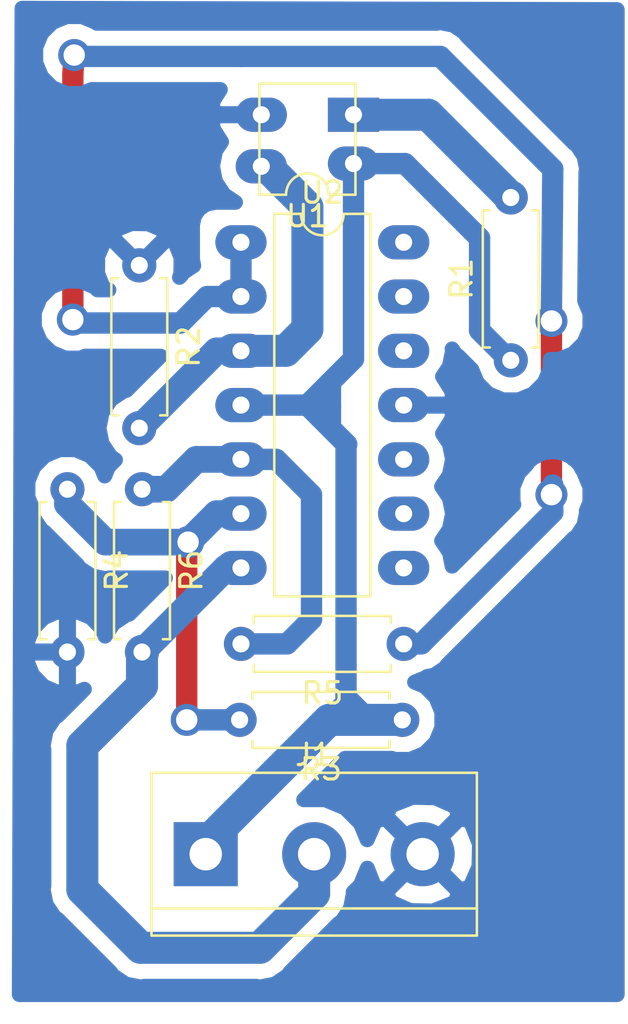
<source format=kicad_pcb>
(kicad_pcb (version 20171130) (host pcbnew "(5.0.0)")

  (general
    (thickness 1.6)
    (drawings 4)
    (tracks 84)
    (zones 0)
    (modules 9)
    (nets 9)
  )

  (page A4)
  (layers
    (0 F.Cu signal)
    (31 B.Cu signal)
    (32 B.Adhes user)
    (33 F.Adhes user)
    (34 B.Paste user)
    (35 F.Paste user)
    (36 B.SilkS user)
    (37 F.SilkS user)
    (38 B.Mask user)
    (39 F.Mask user)
    (40 Dwgs.User user)
    (41 Cmts.User user)
    (42 Eco1.User user)
    (43 Eco2.User user)
    (44 Edge.Cuts user)
    (45 Margin user)
    (46 B.CrtYd user)
    (47 F.CrtYd user)
    (48 B.Fab user)
    (49 F.Fab user)
  )

  (setup
    (last_trace_width 1)
    (user_trace_width 0.7)
    (user_trace_width 0.8)
    (user_trace_width 1)
    (user_trace_width 1.25)
    (user_trace_width 1.5)
    (user_trace_width 2)
    (user_trace_width 3)
    (user_trace_width 4)
    (trace_clearance 0.6)
    (zone_clearance 0.7)
    (zone_45_only no)
    (trace_min 0.7)
    (segment_width 0.2)
    (edge_width 0.15)
    (via_size 1.5)
    (via_drill 1)
    (via_min_size 1.5)
    (via_min_drill 1)
    (uvia_size 1.5)
    (uvia_drill 1)
    (uvias_allowed no)
    (uvia_min_size 0.2)
    (uvia_min_drill 0.1)
    (pcb_text_width 0.3)
    (pcb_text_size 1.5 1.5)
    (mod_edge_width 0.15)
    (mod_text_size 1 1)
    (mod_text_width 0.15)
    (pad_size 1.524 1.524)
    (pad_drill 0.762)
    (pad_to_mask_clearance 0.2)
    (aux_axis_origin 0 0)
    (visible_elements FFFFFF7F)
    (pcbplotparams
      (layerselection 0x00000_fffffffe)
      (usegerberextensions false)
      (usegerberattributes false)
      (usegerberadvancedattributes false)
      (creategerberjobfile true)
      (excludeedgelayer true)
      (linewidth 0.100000)
      (plotframeref false)
      (viasonmask false)
      (mode 1)
      (useauxorigin false)
      (hpglpennumber 1)
      (hpglpenspeed 20)
      (hpglpendiameter 15.000000)
      (psnegative false)
      (psa4output false)
      (plotreference true)
      (plotvalue true)
      (plotinvisibletext false)
      (padsonsilk false)
      (subtractmaskfromsilk false)
      (outputformat 1)
      (mirror false)
      (drillshape 0)
      (scaleselection 1)
      (outputdirectory "Sensor1"))
  )

  (net 0 "")
  (net 1 GND)
  (net 2 "Net-(J1-Pad2)")
  (net 3 +5V)
  (net 4 "Net-(R1-Pad2)")
  (net 5 "Net-(R2-Pad2)")
  (net 6 "Net-(R3-Pad2)")
  (net 7 "Net-(R5-Pad2)")
  (net 8 "Net-(R5-Pad1)")

  (net_class Default "Esta es la clase de red por defecto."
    (clearance 0.6)
    (trace_width 0.7)
    (via_dia 1.5)
    (via_drill 1)
    (uvia_dia 1.5)
    (uvia_drill 1)
    (diff_pair_gap 0.25)
    (diff_pair_width 0.7)
    (add_net +5V)
    (add_net GND)
    (add_net "Net-(J1-Pad2)")
    (add_net "Net-(R1-Pad2)")
    (add_net "Net-(R2-Pad2)")
    (add_net "Net-(R3-Pad2)")
    (add_net "Net-(R5-Pad1)")
    (add_net "Net-(R5-Pad2)")
  )

  (module Connectors_Terminal_Blocks:TerminalBlock_bornier-3_P5.08mm (layer F.Cu) (tedit 59FF03B9) (tstamp 5BBEDF7A)
    (at 134.3025 60.325)
    (descr "simple 3-pin terminal block, pitch 5.08mm, revamped version of bornier3")
    (tags "terminal block bornier3")
    (path /5BBEE44B)
    (fp_text reference J1 (at 5.05 -4.65) (layer F.SilkS)
      (effects (font (size 1 1) (thickness 0.15)))
    )
    (fp_text value SENSOR1 (at 5.08 5.08) (layer F.Fab)
      (effects (font (size 1 1) (thickness 0.15)))
    )
    (fp_line (start 12.88 4) (end -2.72 4) (layer F.CrtYd) (width 0.05))
    (fp_line (start 12.88 4) (end 12.88 -4) (layer F.CrtYd) (width 0.05))
    (fp_line (start -2.72 -4) (end -2.72 4) (layer F.CrtYd) (width 0.05))
    (fp_line (start -2.72 -4) (end 12.88 -4) (layer F.CrtYd) (width 0.05))
    (fp_line (start -2.54 3.81) (end 12.7 3.81) (layer F.SilkS) (width 0.12))
    (fp_line (start -2.54 -3.81) (end 12.7 -3.81) (layer F.SilkS) (width 0.12))
    (fp_line (start -2.54 2.54) (end 12.7 2.54) (layer F.SilkS) (width 0.12))
    (fp_line (start 12.7 3.81) (end 12.7 -3.81) (layer F.SilkS) (width 0.12))
    (fp_line (start -2.54 3.81) (end -2.54 -3.81) (layer F.SilkS) (width 0.12))
    (fp_line (start -2.47 3.75) (end -2.47 -3.75) (layer F.Fab) (width 0.1))
    (fp_line (start 12.63 3.75) (end -2.47 3.75) (layer F.Fab) (width 0.1))
    (fp_line (start 12.63 -3.75) (end 12.63 3.75) (layer F.Fab) (width 0.1))
    (fp_line (start -2.47 -3.75) (end 12.63 -3.75) (layer F.Fab) (width 0.1))
    (fp_line (start -2.47 2.55) (end 12.63 2.55) (layer F.Fab) (width 0.1))
    (fp_text user %R (at 5.08 0) (layer F.Fab)
      (effects (font (size 1 1) (thickness 0.15)))
    )
    (pad 3 thru_hole circle (at 10.16 0) (size 3 3) (drill 1.52) (layers *.Cu *.Mask)
      (net 1 GND))
    (pad 2 thru_hole circle (at 5.08 0) (size 3 3) (drill 1.52) (layers *.Cu *.Mask)
      (net 2 "Net-(J1-Pad2)"))
    (pad 1 thru_hole rect (at 0 0) (size 3 3) (drill 1.52) (layers *.Cu *.Mask)
      (net 3 +5V))
    (model ${KISYS3DMOD}/Terminal_Blocks.3dshapes/TerminalBlock_bornier-3_P5.08mm.wrl
      (offset (xyz 5.079999923706055 0 0))
      (scale (xyz 1 1 1))
      (rotate (xyz 0 0 0))
    )
  )

  (module Resistors_THT:R_Axial_DIN0207_L6.3mm_D2.5mm_P7.62mm_Horizontal (layer F.Cu) (tedit 5874F706) (tstamp 5BBEDF90)
    (at 148.59 37.211 90)
    (descr "Resistor, Axial_DIN0207 series, Axial, Horizontal, pin pitch=7.62mm, 0.25W = 1/4W, length*diameter=6.3*2.5mm^2, http://cdn-reichelt.de/documents/datenblatt/B400/1_4W%23YAG.pdf")
    (tags "Resistor Axial_DIN0207 series Axial Horizontal pin pitch 7.62mm 0.25W = 1/4W length 6.3mm diameter 2.5mm")
    (path /5BBED5C7)
    (fp_text reference R1 (at 3.81 -2.31 90) (layer F.SilkS)
      (effects (font (size 1 1) (thickness 0.15)))
    )
    (fp_text value 220 (at 3.81 2.31 90) (layer F.Fab)
      (effects (font (size 1 1) (thickness 0.15)))
    )
    (fp_line (start 8.7 -1.6) (end -1.05 -1.6) (layer F.CrtYd) (width 0.05))
    (fp_line (start 8.7 1.6) (end 8.7 -1.6) (layer F.CrtYd) (width 0.05))
    (fp_line (start -1.05 1.6) (end 8.7 1.6) (layer F.CrtYd) (width 0.05))
    (fp_line (start -1.05 -1.6) (end -1.05 1.6) (layer F.CrtYd) (width 0.05))
    (fp_line (start 7.02 1.31) (end 7.02 0.98) (layer F.SilkS) (width 0.12))
    (fp_line (start 0.6 1.31) (end 7.02 1.31) (layer F.SilkS) (width 0.12))
    (fp_line (start 0.6 0.98) (end 0.6 1.31) (layer F.SilkS) (width 0.12))
    (fp_line (start 7.02 -1.31) (end 7.02 -0.98) (layer F.SilkS) (width 0.12))
    (fp_line (start 0.6 -1.31) (end 7.02 -1.31) (layer F.SilkS) (width 0.12))
    (fp_line (start 0.6 -0.98) (end 0.6 -1.31) (layer F.SilkS) (width 0.12))
    (fp_line (start 7.62 0) (end 6.96 0) (layer F.Fab) (width 0.1))
    (fp_line (start 0 0) (end 0.66 0) (layer F.Fab) (width 0.1))
    (fp_line (start 6.96 -1.25) (end 0.66 -1.25) (layer F.Fab) (width 0.1))
    (fp_line (start 6.96 1.25) (end 6.96 -1.25) (layer F.Fab) (width 0.1))
    (fp_line (start 0.66 1.25) (end 6.96 1.25) (layer F.Fab) (width 0.1))
    (fp_line (start 0.66 -1.25) (end 0.66 1.25) (layer F.Fab) (width 0.1))
    (pad 2 thru_hole oval (at 7.62 0 90) (size 1.6 1.6) (drill 0.8) (layers *.Cu *.Mask)
      (net 4 "Net-(R1-Pad2)"))
    (pad 1 thru_hole circle (at 0 0 90) (size 1.6 1.6) (drill 0.8) (layers *.Cu *.Mask)
      (net 3 +5V))
    (model ${KISYS3DMOD}/Resistors_THT.3dshapes/R_Axial_DIN0207_L6.3mm_D2.5mm_P7.62mm_Horizontal.wrl
      (at (xyz 0 0 0))
      (scale (xyz 0.393701 0.393701 0.393701))
      (rotate (xyz 0 0 0))
    )
  )

  (module Resistors_THT:R_Axial_DIN0207_L6.3mm_D2.5mm_P7.62mm_Horizontal (layer F.Cu) (tedit 5874F706) (tstamp 5BBEDFA6)
    (at 131.191 32.766 270)
    (descr "Resistor, Axial_DIN0207 series, Axial, Horizontal, pin pitch=7.62mm, 0.25W = 1/4W, length*diameter=6.3*2.5mm^2, http://cdn-reichelt.de/documents/datenblatt/B400/1_4W%23YAG.pdf")
    (tags "Resistor Axial_DIN0207 series Axial Horizontal pin pitch 7.62mm 0.25W = 1/4W length 6.3mm diameter 2.5mm")
    (path /5BBED61F)
    (fp_text reference R2 (at 3.81 -2.31 270) (layer F.SilkS)
      (effects (font (size 1 1) (thickness 0.15)))
    )
    (fp_text value 39K (at 3.81 2.31 270) (layer F.Fab)
      (effects (font (size 1 1) (thickness 0.15)))
    )
    (fp_line (start 0.66 -1.25) (end 0.66 1.25) (layer F.Fab) (width 0.1))
    (fp_line (start 0.66 1.25) (end 6.96 1.25) (layer F.Fab) (width 0.1))
    (fp_line (start 6.96 1.25) (end 6.96 -1.25) (layer F.Fab) (width 0.1))
    (fp_line (start 6.96 -1.25) (end 0.66 -1.25) (layer F.Fab) (width 0.1))
    (fp_line (start 0 0) (end 0.66 0) (layer F.Fab) (width 0.1))
    (fp_line (start 7.62 0) (end 6.96 0) (layer F.Fab) (width 0.1))
    (fp_line (start 0.6 -0.98) (end 0.6 -1.31) (layer F.SilkS) (width 0.12))
    (fp_line (start 0.6 -1.31) (end 7.02 -1.31) (layer F.SilkS) (width 0.12))
    (fp_line (start 7.02 -1.31) (end 7.02 -0.98) (layer F.SilkS) (width 0.12))
    (fp_line (start 0.6 0.98) (end 0.6 1.31) (layer F.SilkS) (width 0.12))
    (fp_line (start 0.6 1.31) (end 7.02 1.31) (layer F.SilkS) (width 0.12))
    (fp_line (start 7.02 1.31) (end 7.02 0.98) (layer F.SilkS) (width 0.12))
    (fp_line (start -1.05 -1.6) (end -1.05 1.6) (layer F.CrtYd) (width 0.05))
    (fp_line (start -1.05 1.6) (end 8.7 1.6) (layer F.CrtYd) (width 0.05))
    (fp_line (start 8.7 1.6) (end 8.7 -1.6) (layer F.CrtYd) (width 0.05))
    (fp_line (start 8.7 -1.6) (end -1.05 -1.6) (layer F.CrtYd) (width 0.05))
    (pad 1 thru_hole circle (at 0 0 270) (size 1.6 1.6) (drill 0.8) (layers *.Cu *.Mask)
      (net 1 GND))
    (pad 2 thru_hole oval (at 7.62 0 270) (size 1.6 1.6) (drill 0.8) (layers *.Cu *.Mask)
      (net 5 "Net-(R2-Pad2)"))
    (model ${KISYS3DMOD}/Resistors_THT.3dshapes/R_Axial_DIN0207_L6.3mm_D2.5mm_P7.62mm_Horizontal.wrl
      (at (xyz 0 0 0))
      (scale (xyz 0.393701 0.393701 0.393701))
      (rotate (xyz 0 0 0))
    )
  )

  (module Resistors_THT:R_Axial_DIN0207_L6.3mm_D2.5mm_P7.62mm_Horizontal (layer F.Cu) (tedit 5874F706) (tstamp 5BBEDFBC)
    (at 143.51 54.0385 180)
    (descr "Resistor, Axial_DIN0207 series, Axial, Horizontal, pin pitch=7.62mm, 0.25W = 1/4W, length*diameter=6.3*2.5mm^2, http://cdn-reichelt.de/documents/datenblatt/B400/1_4W%23YAG.pdf")
    (tags "Resistor Axial_DIN0207 series Axial Horizontal pin pitch 7.62mm 0.25W = 1/4W length 6.3mm diameter 2.5mm")
    (path /5BBEDE4E)
    (fp_text reference R3 (at 3.81 -2.31 180) (layer F.SilkS)
      (effects (font (size 1 1) (thickness 0.15)))
    )
    (fp_text value 47K (at 3.81 2.31 180) (layer F.Fab)
      (effects (font (size 1 1) (thickness 0.15)))
    )
    (fp_line (start 8.7 -1.6) (end -1.05 -1.6) (layer F.CrtYd) (width 0.05))
    (fp_line (start 8.7 1.6) (end 8.7 -1.6) (layer F.CrtYd) (width 0.05))
    (fp_line (start -1.05 1.6) (end 8.7 1.6) (layer F.CrtYd) (width 0.05))
    (fp_line (start -1.05 -1.6) (end -1.05 1.6) (layer F.CrtYd) (width 0.05))
    (fp_line (start 7.02 1.31) (end 7.02 0.98) (layer F.SilkS) (width 0.12))
    (fp_line (start 0.6 1.31) (end 7.02 1.31) (layer F.SilkS) (width 0.12))
    (fp_line (start 0.6 0.98) (end 0.6 1.31) (layer F.SilkS) (width 0.12))
    (fp_line (start 7.02 -1.31) (end 7.02 -0.98) (layer F.SilkS) (width 0.12))
    (fp_line (start 0.6 -1.31) (end 7.02 -1.31) (layer F.SilkS) (width 0.12))
    (fp_line (start 0.6 -0.98) (end 0.6 -1.31) (layer F.SilkS) (width 0.12))
    (fp_line (start 7.62 0) (end 6.96 0) (layer F.Fab) (width 0.1))
    (fp_line (start 0 0) (end 0.66 0) (layer F.Fab) (width 0.1))
    (fp_line (start 6.96 -1.25) (end 0.66 -1.25) (layer F.Fab) (width 0.1))
    (fp_line (start 6.96 1.25) (end 6.96 -1.25) (layer F.Fab) (width 0.1))
    (fp_line (start 0.66 1.25) (end 6.96 1.25) (layer F.Fab) (width 0.1))
    (fp_line (start 0.66 -1.25) (end 0.66 1.25) (layer F.Fab) (width 0.1))
    (pad 2 thru_hole oval (at 7.62 0 180) (size 1.6 1.6) (drill 0.8) (layers *.Cu *.Mask)
      (net 6 "Net-(R3-Pad2)"))
    (pad 1 thru_hole circle (at 0 0 180) (size 1.6 1.6) (drill 0.8) (layers *.Cu *.Mask)
      (net 3 +5V))
    (model ${KISYS3DMOD}/Resistors_THT.3dshapes/R_Axial_DIN0207_L6.3mm_D2.5mm_P7.62mm_Horizontal.wrl
      (at (xyz 0 0 0))
      (scale (xyz 0.393701 0.393701 0.393701))
      (rotate (xyz 0 0 0))
    )
  )

  (module Resistors_THT:R_Axial_DIN0207_L6.3mm_D2.5mm_P7.62mm_Horizontal (layer F.Cu) (tedit 5874F706) (tstamp 5BBEDFD2)
    (at 127.8255 43.2435 270)
    (descr "Resistor, Axial_DIN0207 series, Axial, Horizontal, pin pitch=7.62mm, 0.25W = 1/4W, length*diameter=6.3*2.5mm^2, http://cdn-reichelt.de/documents/datenblatt/B400/1_4W%23YAG.pdf")
    (tags "Resistor Axial_DIN0207 series Axial Horizontal pin pitch 7.62mm 0.25W = 1/4W length 6.3mm diameter 2.5mm")
    (path /5BBEDE9F)
    (fp_text reference R4 (at 3.81 -2.31 270) (layer F.SilkS)
      (effects (font (size 1 1) (thickness 0.15)))
    )
    (fp_text value 10K (at 3.81 2.31 270) (layer F.Fab)
      (effects (font (size 1 1) (thickness 0.15)))
    )
    (fp_line (start 0.66 -1.25) (end 0.66 1.25) (layer F.Fab) (width 0.1))
    (fp_line (start 0.66 1.25) (end 6.96 1.25) (layer F.Fab) (width 0.1))
    (fp_line (start 6.96 1.25) (end 6.96 -1.25) (layer F.Fab) (width 0.1))
    (fp_line (start 6.96 -1.25) (end 0.66 -1.25) (layer F.Fab) (width 0.1))
    (fp_line (start 0 0) (end 0.66 0) (layer F.Fab) (width 0.1))
    (fp_line (start 7.62 0) (end 6.96 0) (layer F.Fab) (width 0.1))
    (fp_line (start 0.6 -0.98) (end 0.6 -1.31) (layer F.SilkS) (width 0.12))
    (fp_line (start 0.6 -1.31) (end 7.02 -1.31) (layer F.SilkS) (width 0.12))
    (fp_line (start 7.02 -1.31) (end 7.02 -0.98) (layer F.SilkS) (width 0.12))
    (fp_line (start 0.6 0.98) (end 0.6 1.31) (layer F.SilkS) (width 0.12))
    (fp_line (start 0.6 1.31) (end 7.02 1.31) (layer F.SilkS) (width 0.12))
    (fp_line (start 7.02 1.31) (end 7.02 0.98) (layer F.SilkS) (width 0.12))
    (fp_line (start -1.05 -1.6) (end -1.05 1.6) (layer F.CrtYd) (width 0.05))
    (fp_line (start -1.05 1.6) (end 8.7 1.6) (layer F.CrtYd) (width 0.05))
    (fp_line (start 8.7 1.6) (end 8.7 -1.6) (layer F.CrtYd) (width 0.05))
    (fp_line (start 8.7 -1.6) (end -1.05 -1.6) (layer F.CrtYd) (width 0.05))
    (pad 1 thru_hole circle (at 0 0 270) (size 1.6 1.6) (drill 0.8) (layers *.Cu *.Mask)
      (net 6 "Net-(R3-Pad2)"))
    (pad 2 thru_hole oval (at 7.62 0 270) (size 1.6 1.6) (drill 0.8) (layers *.Cu *.Mask)
      (net 1 GND))
    (model ${KISYS3DMOD}/Resistors_THT.3dshapes/R_Axial_DIN0207_L6.3mm_D2.5mm_P7.62mm_Horizontal.wrl
      (at (xyz 0 0 0))
      (scale (xyz 0.393701 0.393701 0.393701))
      (rotate (xyz 0 0 0))
    )
  )

  (module Resistors_THT:R_Axial_DIN0207_L6.3mm_D2.5mm_P7.62mm_Horizontal (layer F.Cu) (tedit 5874F706) (tstamp 5BBEDFE8)
    (at 143.5735 50.4825 180)
    (descr "Resistor, Axial_DIN0207 series, Axial, Horizontal, pin pitch=7.62mm, 0.25W = 1/4W, length*diameter=6.3*2.5mm^2, http://cdn-reichelt.de/documents/datenblatt/B400/1_4W%23YAG.pdf")
    (tags "Resistor Axial_DIN0207 series Axial Horizontal pin pitch 7.62mm 0.25W = 1/4W length 6.3mm diameter 2.5mm")
    (path /5BBEDC58)
    (fp_text reference R5 (at 3.81 -2.31 180) (layer F.SilkS)
      (effects (font (size 1 1) (thickness 0.15)))
    )
    (fp_text value 1K6 (at 3.81 2.31 180) (layer F.Fab)
      (effects (font (size 1 1) (thickness 0.15)))
    )
    (fp_line (start 8.7 -1.6) (end -1.05 -1.6) (layer F.CrtYd) (width 0.05))
    (fp_line (start 8.7 1.6) (end 8.7 -1.6) (layer F.CrtYd) (width 0.05))
    (fp_line (start -1.05 1.6) (end 8.7 1.6) (layer F.CrtYd) (width 0.05))
    (fp_line (start -1.05 -1.6) (end -1.05 1.6) (layer F.CrtYd) (width 0.05))
    (fp_line (start 7.02 1.31) (end 7.02 0.98) (layer F.SilkS) (width 0.12))
    (fp_line (start 0.6 1.31) (end 7.02 1.31) (layer F.SilkS) (width 0.12))
    (fp_line (start 0.6 0.98) (end 0.6 1.31) (layer F.SilkS) (width 0.12))
    (fp_line (start 7.02 -1.31) (end 7.02 -0.98) (layer F.SilkS) (width 0.12))
    (fp_line (start 0.6 -1.31) (end 7.02 -1.31) (layer F.SilkS) (width 0.12))
    (fp_line (start 0.6 -0.98) (end 0.6 -1.31) (layer F.SilkS) (width 0.12))
    (fp_line (start 7.62 0) (end 6.96 0) (layer F.Fab) (width 0.1))
    (fp_line (start 0 0) (end 0.66 0) (layer F.Fab) (width 0.1))
    (fp_line (start 6.96 -1.25) (end 0.66 -1.25) (layer F.Fab) (width 0.1))
    (fp_line (start 6.96 1.25) (end 6.96 -1.25) (layer F.Fab) (width 0.1))
    (fp_line (start 0.66 1.25) (end 6.96 1.25) (layer F.Fab) (width 0.1))
    (fp_line (start 0.66 -1.25) (end 0.66 1.25) (layer F.Fab) (width 0.1))
    (pad 2 thru_hole oval (at 7.62 0 180) (size 1.6 1.6) (drill 0.8) (layers *.Cu *.Mask)
      (net 7 "Net-(R5-Pad2)"))
    (pad 1 thru_hole circle (at 0 0 180) (size 1.6 1.6) (drill 0.8) (layers *.Cu *.Mask)
      (net 8 "Net-(R5-Pad1)"))
    (model ${KISYS3DMOD}/Resistors_THT.3dshapes/R_Axial_DIN0207_L6.3mm_D2.5mm_P7.62mm_Horizontal.wrl
      (at (xyz 0 0 0))
      (scale (xyz 0.393701 0.393701 0.393701))
      (rotate (xyz 0 0 0))
    )
  )

  (module Resistors_THT:R_Axial_DIN0207_L6.3mm_D2.5mm_P7.62mm_Horizontal (layer F.Cu) (tedit 5874F706) (tstamp 5BBEDFFE)
    (at 131.318 43.2435 270)
    (descr "Resistor, Axial_DIN0207 series, Axial, Horizontal, pin pitch=7.62mm, 0.25W = 1/4W, length*diameter=6.3*2.5mm^2, http://cdn-reichelt.de/documents/datenblatt/B400/1_4W%23YAG.pdf")
    (tags "Resistor Axial_DIN0207 series Axial Horizontal pin pitch 7.62mm 0.25W = 1/4W length 6.3mm diameter 2.5mm")
    (path /5BBEDE1A)
    (fp_text reference R6 (at 3.81 -2.31 270) (layer F.SilkS)
      (effects (font (size 1 1) (thickness 0.15)))
    )
    (fp_text value 10K (at 3.81 2.31 270) (layer F.Fab)
      (effects (font (size 1 1) (thickness 0.15)))
    )
    (fp_line (start 0.66 -1.25) (end 0.66 1.25) (layer F.Fab) (width 0.1))
    (fp_line (start 0.66 1.25) (end 6.96 1.25) (layer F.Fab) (width 0.1))
    (fp_line (start 6.96 1.25) (end 6.96 -1.25) (layer F.Fab) (width 0.1))
    (fp_line (start 6.96 -1.25) (end 0.66 -1.25) (layer F.Fab) (width 0.1))
    (fp_line (start 0 0) (end 0.66 0) (layer F.Fab) (width 0.1))
    (fp_line (start 7.62 0) (end 6.96 0) (layer F.Fab) (width 0.1))
    (fp_line (start 0.6 -0.98) (end 0.6 -1.31) (layer F.SilkS) (width 0.12))
    (fp_line (start 0.6 -1.31) (end 7.02 -1.31) (layer F.SilkS) (width 0.12))
    (fp_line (start 7.02 -1.31) (end 7.02 -0.98) (layer F.SilkS) (width 0.12))
    (fp_line (start 0.6 0.98) (end 0.6 1.31) (layer F.SilkS) (width 0.12))
    (fp_line (start 0.6 1.31) (end 7.02 1.31) (layer F.SilkS) (width 0.12))
    (fp_line (start 7.02 1.31) (end 7.02 0.98) (layer F.SilkS) (width 0.12))
    (fp_line (start -1.05 -1.6) (end -1.05 1.6) (layer F.CrtYd) (width 0.05))
    (fp_line (start -1.05 1.6) (end 8.7 1.6) (layer F.CrtYd) (width 0.05))
    (fp_line (start 8.7 1.6) (end 8.7 -1.6) (layer F.CrtYd) (width 0.05))
    (fp_line (start 8.7 -1.6) (end -1.05 -1.6) (layer F.CrtYd) (width 0.05))
    (pad 1 thru_hole circle (at 0 0 270) (size 1.6 1.6) (drill 0.8) (layers *.Cu *.Mask)
      (net 7 "Net-(R5-Pad2)"))
    (pad 2 thru_hole oval (at 7.62 0 270) (size 1.6 1.6) (drill 0.8) (layers *.Cu *.Mask)
      (net 2 "Net-(J1-Pad2)"))
    (model ${KISYS3DMOD}/Resistors_THT.3dshapes/R_Axial_DIN0207_L6.3mm_D2.5mm_P7.62mm_Horizontal.wrl
      (at (xyz 0 0 0))
      (scale (xyz 0.393701 0.393701 0.393701))
      (rotate (xyz 0 0 0))
    )
  )

  (module Housings_DIP:DIP-4_W7.62mm_LongPads (layer F.Cu) (tedit 5BBEE05A) (tstamp 5BBEE216)
    (at 142.875 28.1305 180)
    (descr "4-lead though-hole mounted DIP package, row spacing 7.62 mm (300 mils), LongPads")
    (tags "THT DIP DIL PDIP 2.54mm 7.62mm 300mil LongPads")
    (path /5BBED548)
    (fp_text reference U1 (at 3.81 -2.33 180) (layer F.SilkS)
      (effects (font (size 1 1) (thickness 0.15)))
    )
    (fp_text value CNY70 (at 3.81 4.87 180) (layer F.Fab)
      (effects (font (size 1 1) (thickness 0.15)))
    )
    (fp_text user %R (at 3.81 1.27 180) (layer F.Fab)
      (effects (font (size 1 1) (thickness 0.15)))
    )
    (fp_line (start 9.1 -1.55) (end -1.45 -1.55) (layer F.CrtYd) (width 0.05))
    (fp_line (start 9.1 4.1) (end 9.1 -1.55) (layer F.CrtYd) (width 0.05))
    (fp_line (start -1.45 4.1) (end 9.1 4.1) (layer F.CrtYd) (width 0.05))
    (fp_line (start -1.45 -1.55) (end -1.45 4.1) (layer F.CrtYd) (width 0.05))
    (fp_line (start 6.06 -1.33) (end 4.81 -1.33) (layer F.SilkS) (width 0.12))
    (fp_line (start 6.06 3.87) (end 6.06 -1.33) (layer F.SilkS) (width 0.12))
    (fp_line (start 1.56 3.87) (end 6.06 3.87) (layer F.SilkS) (width 0.12))
    (fp_line (start 1.56 -1.33) (end 1.56 3.87) (layer F.SilkS) (width 0.12))
    (fp_line (start 2.81 -1.33) (end 1.56 -1.33) (layer F.SilkS) (width 0.12))
    (fp_line (start 0.635 -0.27) (end 1.635 -1.27) (layer F.Fab) (width 0.1))
    (fp_line (start 0.635 3.81) (end 0.635 -0.27) (layer F.Fab) (width 0.1))
    (fp_line (start 6.985 3.81) (end 0.635 3.81) (layer F.Fab) (width 0.1))
    (fp_line (start 6.985 -1.27) (end 6.985 3.81) (layer F.Fab) (width 0.1))
    (fp_line (start 1.635 -1.27) (end 6.985 -1.27) (layer F.Fab) (width 0.1))
    (fp_arc (start 3.81 -1.33) (end 2.81 -1.33) (angle -180) (layer F.SilkS) (width 0.12))
    (pad 4 thru_hole oval (at 5.969 0 180) (size 2.4 1.6) (drill 0.8) (layers *.Cu *.Mask)
      (net 5 "Net-(R2-Pad2)"))
    (pad 2 thru_hole oval (at 5.969 2.413 180) (size 2.4 1.6) (drill 0.8) (layers *.Cu *.Mask)
      (net 1 GND))
    (pad 3 thru_hole oval (at 1.651 0.127 180) (size 2.4 1.6) (drill 0.8) (layers *.Cu *.Mask)
      (net 3 +5V))
    (pad 1 thru_hole rect (at 1.651 2.413 180) (size 2.4 1.6) (drill 0.8) (layers *.Cu *.Mask)
      (net 4 "Net-(R1-Pad2)"))
    (model ${KISYS3DMOD}/Housings_DIP.3dshapes/DIP-4_W7.62mm.wrl
      (at (xyz 0 0 0))
      (scale (xyz 1 1 1))
      (rotate (xyz 0 0 0))
    )
  )

  (module Housings_DIP:DIP-14_W7.62mm_LongPads (layer F.Cu) (tedit 5BBEE0A7) (tstamp 5BBEE038)
    (at 135.9535 31.6865)
    (descr "14-lead though-hole mounted DIP package, row spacing 7.62 mm (300 mils), LongPads")
    (tags "THT DIP DIL PDIP 2.54mm 7.62mm 300mil LongPads")
    (path /5BBED7C3)
    (fp_text reference U2 (at 3.81 -2.33) (layer F.SilkS)
      (effects (font (size 1 1) (thickness 0.15)))
    )
    (fp_text value LM324 (at 3.81 17.57) (layer F.Fab)
      (effects (font (size 1 1) (thickness 0.15)))
    )
    (fp_text user %R (at 3.2385 7.9375) (layer F.Fab)
      (effects (font (size 1 1) (thickness 0.15)))
    )
    (fp_line (start 9.1 -1.55) (end -1.45 -1.55) (layer F.CrtYd) (width 0.05))
    (fp_line (start 9.1 16.8) (end 9.1 -1.55) (layer F.CrtYd) (width 0.05))
    (fp_line (start -1.45 16.8) (end 9.1 16.8) (layer F.CrtYd) (width 0.05))
    (fp_line (start -1.45 -1.55) (end -1.45 16.8) (layer F.CrtYd) (width 0.05))
    (fp_line (start 6.06 -1.33) (end 4.81 -1.33) (layer F.SilkS) (width 0.12))
    (fp_line (start 6.06 16.57) (end 6.06 -1.33) (layer F.SilkS) (width 0.12))
    (fp_line (start 1.56 16.57) (end 6.06 16.57) (layer F.SilkS) (width 0.12))
    (fp_line (start 1.56 -1.33) (end 1.56 16.57) (layer F.SilkS) (width 0.12))
    (fp_line (start 2.81 -1.33) (end 1.56 -1.33) (layer F.SilkS) (width 0.12))
    (fp_line (start 0.635 -0.27) (end 1.635 -1.27) (layer F.Fab) (width 0.1))
    (fp_line (start 0.635 16.51) (end 0.635 -0.27) (layer F.Fab) (width 0.1))
    (fp_line (start 6.985 16.51) (end 0.635 16.51) (layer F.Fab) (width 0.1))
    (fp_line (start 6.985 -1.27) (end 6.985 16.51) (layer F.Fab) (width 0.1))
    (fp_line (start 1.635 -1.27) (end 6.985 -1.27) (layer F.Fab) (width 0.1))
    (fp_arc (start 3.81 -1.33) (end 2.81 -1.33) (angle -180) (layer F.SilkS) (width 0.12))
    (pad 14 thru_hole oval (at 7.62 0) (size 2.4 1.6) (drill 0.8) (layers *.Cu *.Mask))
    (pad 7 thru_hole oval (at 0 15.24) (size 2.4 1.6) (drill 0.8) (layers *.Cu *.Mask)
      (net 2 "Net-(J1-Pad2)"))
    (pad 13 thru_hole oval (at 7.62 2.54) (size 2.4 1.6) (drill 0.8) (layers *.Cu *.Mask))
    (pad 6 thru_hole oval (at 0 12.7) (size 2.4 1.6) (drill 0.8) (layers *.Cu *.Mask)
      (net 6 "Net-(R3-Pad2)"))
    (pad 12 thru_hole oval (at 7.62 5.08) (size 2.4 1.6) (drill 0.8) (layers *.Cu *.Mask))
    (pad 5 thru_hole oval (at 0 10.16) (size 2.4 1.6) (drill 0.8) (layers *.Cu *.Mask)
      (net 7 "Net-(R5-Pad2)"))
    (pad 11 thru_hole oval (at 7.62 7.62) (size 2.4 1.6) (drill 0.8) (layers *.Cu *.Mask)
      (net 1 GND))
    (pad 4 thru_hole oval (at 0 7.62) (size 2.4 1.6) (drill 0.8) (layers *.Cu *.Mask)
      (net 3 +5V))
    (pad 10 thru_hole oval (at 7.62 10.16) (size 2.4 1.6) (drill 0.8) (layers *.Cu *.Mask))
    (pad 3 thru_hole oval (at 0 5.08) (size 2.4 1.6) (drill 0.8) (layers *.Cu *.Mask)
      (net 5 "Net-(R2-Pad2)"))
    (pad 9 thru_hole oval (at 7.62 12.7) (size 2.4 1.6) (drill 0.8) (layers *.Cu *.Mask))
    (pad 2 thru_hole oval (at 0 2.54) (size 2.4 1.6) (drill 0.8) (layers *.Cu *.Mask)
      (net 8 "Net-(R5-Pad1)"))
    (pad 8 thru_hole oval (at 7.62 15.24) (size 2.4 1.6) (drill 0.8) (layers *.Cu *.Mask))
    (pad 1 thru_hole oval (at 0 0) (size 2.4 1.6) (drill 0.8) (layers *.Cu *.Mask)
      (net 8 "Net-(R5-Pad1)"))
    (model ${KISYS3DMOD}/Housings_DIP.3dshapes/DIP-14_W7.62mm.wrl
      (at (xyz 0 0 0))
      (scale (xyz 1 1 1))
      (rotate (xyz 0 0 0))
    )
  )

  (gr_line (start 153.0985 20.447) (end 125.349 20.447) (angle 90) (layer Margin) (width 0.2))
  (gr_line (start 153.9875 68.199) (end 153.9875 20.447) (angle 90) (layer Margin) (width 0.2))
  (gr_line (start 125.349 68.0085) (end 153.6065 68.0085) (angle 90) (layer Margin) (width 0.2))
  (gr_line (start 125.2855 21.2725) (end 125.2855 68.0085) (angle 90) (layer Margin) (width 0.2))

  (segment (start 135.9535 46.9265) (end 135.255 46.9265) (width 1.25) (layer B.Cu) (net 2) (status C00000))
  (segment (start 135.255 46.9265) (end 131.318 50.8635) (width 1.25) (layer B.Cu) (net 2) (tstamp 5BBFFE87) (status C00000))
  (segment (start 131.318 50.8635) (end 131.318 52.451) (width 1.5) (layer B.Cu) (net 2) (status 400000))
  (segment (start 139.3825 62.1665) (end 139.3825 60.325) (width 1.5) (layer B.Cu) (net 2) (tstamp 5BC01786) (status 800000))
  (segment (start 136.8425 64.7065) (end 139.3825 62.1665) (width 1.5) (layer B.Cu) (net 2) (tstamp 5BC01785))
  (segment (start 131.2545 64.7065) (end 136.8425 64.7065) (width 1.5) (layer B.Cu) (net 2) (tstamp 5BC01784))
  (segment (start 128.524 61.976) (end 131.2545 64.7065) (width 1.5) (layer B.Cu) (net 2) (tstamp 5BC01783))
  (segment (start 128.524 55.245) (end 128.524 61.976) (width 1.5) (layer B.Cu) (net 2) (tstamp 5BC01782))
  (segment (start 131.318 52.451) (end 128.524 55.245) (width 1.5) (layer B.Cu) (net 2) (tstamp 5BC01781))
  (segment (start 135.9535 39.3065) (end 139.065 39.3065) (width 1) (layer B.Cu) (net 3) (status 400000))
  (segment (start 139.6365 39.878) (end 140.87475 41.11625) (width 1) (layer B.Cu) (net 3) (tstamp 5BC017AD))
  (segment (start 140.87475 41.11625) (end 140.9065 41.148) (width 1) (layer B.Cu) (net 3) (tstamp 5BC0251F))
  (segment (start 139.065 39.3065) (end 139.6365 39.878) (width 1) (layer B.Cu) (net 3) (tstamp 5BC0178D))
  (segment (start 141.224 28.0035) (end 141.224 37.1475) (width 1) (layer B.Cu) (net 3) (status 400000))
  (segment (start 141.224 37.1475) (end 140.1445 38.227) (width 1) (layer B.Cu) (net 3) (tstamp 5BC01798))
  (segment (start 140.1445 38.227) (end 139.065 39.3065) (width 1) (layer B.Cu) (net 3) (tstamp 5BC017A8))
  (segment (start 140.1445 38.227) (end 140.1445 39.37) (width 1) (layer B.Cu) (net 3))
  (segment (start 140.1445 39.37) (end 139.6365 39.878) (width 1) (layer B.Cu) (net 3) (tstamp 5BC017AA))
  (segment (start 140.1445 39.37) (end 140.1445 40.386) (width 1) (layer B.Cu) (net 3))
  (segment (start 140.1445 40.386) (end 140.9065 41.148) (width 1) (layer B.Cu) (net 3) (tstamp 5BC017AF))
  (segment (start 148.59 37.211) (end 148.5265 37.211) (width 1) (layer B.Cu) (net 3) (status C00000))
  (segment (start 143.637 28.0035) (end 141.224 28.0035) (width 1) (layer B.Cu) (net 3) (tstamp 5BC017B7) (status 800000))
  (segment (start 147.1295 31.496) (end 143.637 28.0035) (width 1) (layer B.Cu) (net 3) (tstamp 5BC017B6))
  (segment (start 147.1295 35.814) (end 147.1295 31.496) (width 1) (layer B.Cu) (net 3) (tstamp 5BC017B5))
  (segment (start 148.5265 37.211) (end 147.1295 35.814) (width 1) (layer B.Cu) (net 3) (tstamp 5BC017B4) (status 400000))
  (segment (start 134.3025 60.325) (end 134.3025 59.817) (width 1.5) (layer B.Cu) (net 3) (status C00000))
  (segment (start 134.3025 59.817) (end 140.081 54.0385) (width 1.5) (layer B.Cu) (net 3) (tstamp 5BC02519) (status 400000))
  (segment (start 140.081 54.0385) (end 141.9225 54.0385) (width 1.5) (layer B.Cu) (net 3) (tstamp 5BC0251A))
  (segment (start 141.9225 54.0385) (end 143.51 54.0385) (width 1.5) (layer B.Cu) (net 3) (tstamp 5BC02524) (status 800000))
  (segment (start 140.87475 41.11625) (end 140.87475 52.705) (width 1) (layer B.Cu) (net 3))
  (segment (start 140.87475 52.705) (end 140.87475 52.99075) (width 1) (layer B.Cu) (net 3) (tstamp 5BC02526))
  (segment (start 140.87475 52.99075) (end 141.9225 54.0385) (width 1) (layer B.Cu) (net 3) (tstamp 5BC02521))
  (segment (start 140.87475 52.705) (end 140.87475 53.24475) (width 1) (layer B.Cu) (net 3))
  (segment (start 140.87475 53.24475) (end 140.081 54.0385) (width 1) (layer B.Cu) (net 3) (tstamp 5BC02528))
  (segment (start 141.224 25.7175) (end 144.7165 25.7175) (width 1.5) (layer B.Cu) (net 4) (status 400000))
  (segment (start 144.7165 25.7175) (end 148.59 29.591) (width 1.5) (layer B.Cu) (net 4) (tstamp 5BBFFEA4) (status 800000))
  (segment (start 135.9535 36.7665) (end 134.8105 36.7665) (width 1.25) (layer B.Cu) (net 5) (status C00000))
  (segment (start 134.8105 36.7665) (end 131.191 40.386) (width 1.25) (layer B.Cu) (net 5) (tstamp 5BBFFE7F) (status C00000))
  (segment (start 136.906 28.1305) (end 137.16 28.1305) (width 1.5) (layer B.Cu) (net 5) (status C00000))
  (segment (start 138.049 36.7665) (end 135.9535 36.7665) (width 1.5) (layer B.Cu) (net 5) (tstamp 5BBFFEAC) (status 800000))
  (segment (start 139.065 35.7505) (end 138.049 36.7665) (width 1.5) (layer B.Cu) (net 5) (tstamp 5BBFFEAB))
  (segment (start 139.065 30.0355) (end 139.065 35.7505) (width 1.5) (layer B.Cu) (net 5) (tstamp 5BBFFEAA))
  (segment (start 137.16 28.1305) (end 139.065 30.0355) (width 1.5) (layer B.Cu) (net 5) (tstamp 5BBFFEA9) (status 400000))
  (segment (start 127.8255 43.2435) (end 127.8255 43.942) (width 1.25) (layer B.Cu) (net 6) (status C00000))
  (segment (start 134.8105 44.3865) (end 135.9535 44.3865) (width 1.25) (layer B.Cu) (net 6) (tstamp 5BBFFE78) (status C00000))
  (segment (start 133.477 45.72) (end 134.8105 44.3865) (width 1.25) (layer B.Cu) (net 6) (tstamp 5BBFFE77) (status 800000))
  (segment (start 129.6035 45.72) (end 133.477 45.72) (width 1.25) (layer B.Cu) (net 6) (tstamp 5BBFFE76))
  (segment (start 127.8255 43.942) (end 129.6035 45.72) (width 1.25) (layer B.Cu) (net 6) (tstamp 5BBFFE75) (status 400000))
  (segment (start 135.9535 44.3865) (end 134.8105 44.3865) (width 1) (layer B.Cu) (net 6) (status C00000))
  (via (at 133.477 45.72) (size 1.5) (drill 1) (layers F.Cu B.Cu) (net 6))
  (segment (start 133.477 45.72) (end 133.4135 45.7835) (width 1) (layer F.Cu) (net 6) (tstamp 5BC0250F))
  (segment (start 133.4135 45.7835) (end 133.4135 54.0385) (width 1) (layer F.Cu) (net 6) (tstamp 5BC02510))
  (via (at 133.4135 54.0385) (size 1.5) (drill 1) (layers F.Cu B.Cu) (net 6))
  (segment (start 133.4135 54.0385) (end 135.89 54.0385) (width 1) (layer B.Cu) (net 6) (tstamp 5BC02512) (status 800000))
  (segment (start 131.318 43.2435) (end 132.461 43.2435) (width 1.25) (layer B.Cu) (net 7) (status 400000))
  (segment (start 133.858 41.8465) (end 135.9535 41.8465) (width 1.25) (layer B.Cu) (net 7) (tstamp 5BBFFE72) (status 800000))
  (segment (start 132.461 43.2435) (end 133.858 41.8465) (width 1.25) (layer B.Cu) (net 7) (tstamp 5BBFFE71))
  (segment (start 135.9535 50.4825) (end 138.1125 50.4825) (width 1) (layer B.Cu) (net 7) (status 400000))
  (segment (start 138.1125 50.4825) (end 139.2555 49.3395) (width 1) (layer B.Cu) (net 7) (tstamp 5BBFFE92))
  (segment (start 139.2555 49.3395) (end 139.2555 43.4975) (width 1) (layer B.Cu) (net 7) (tstamp 5BBFFE93))
  (segment (start 139.2555 43.4975) (end 137.6045 41.8465) (width 1) (layer B.Cu) (net 7) (tstamp 5BBFFE94))
  (segment (start 137.6045 41.8465) (end 135.9535 41.8465) (width 1) (layer B.Cu) (net 7) (tstamp 5BBFFE95) (status 800000))
  (segment (start 135.9535 31.6865) (end 135.9535 34.2265) (width 1) (layer B.Cu) (net 8) (status C00000))
  (segment (start 143.5735 50.4825) (end 144.399 50.4825) (width 1) (layer B.Cu) (net 8) (status 400000))
  (segment (start 145.288 22.987) (end 135.9535 22.987) (width 1) (layer B.Cu) (net 8) (tstamp 5BC017C9))
  (segment (start 150.5585 28.2575) (end 145.288 22.987) (width 1) (layer B.Cu) (net 8) (tstamp 5BC017C7))
  (segment (start 150.5585 44.323) (end 150.5585 43.053) (width 1) (layer B.Cu) (net 8) (tstamp 5BC017C5))
  (segment (start 150.495 34.925) (end 150.5585 28.2575) (width 1) (layer B.Cu) (net 8) (tstamp 5BC01D18))
  (segment (start 144.399 50.4825) (end 150.5585 44.323) (width 1) (layer B.Cu) (net 8) (tstamp 5BC017C4))
  (segment (start 135.9535 22.987) (end 128.2065 22.987) (width 1) (layer B.Cu) (net 8))
  (segment (start 134.366 34.2265) (end 135.9535 34.2265) (width 1) (layer B.Cu) (net 8) (tstamp 5BC01CED) (status 800000))
  (segment (start 133.12775 35.46475) (end 134.366 34.2265) (width 1) (layer B.Cu) (net 8) (tstamp 5BC01CEC))
  (segment (start 128.23825 35.46475) (end 133.12775 35.46475) (width 1) (layer B.Cu) (net 8) (tstamp 5BC01CEB))
  (segment (start 128.0795 35.306) (end 128.23825 35.46475) (width 1) (layer B.Cu) (net 8) (tstamp 5BC01CEA))
  (via (at 128.0795 35.306) (size 1.5) (drill 1) (layers F.Cu B.Cu) (net 8))
  (segment (start 128.0795 23.8125) (end 128.0795 35.306) (width 1) (layer F.Cu) (net 8) (tstamp 5BC01CE7))
  (segment (start 128.143 22.9235) (end 128.0795 23.8125) (width 1) (layer F.Cu) (net 8) (tstamp 5BC01CE6))
  (via (at 128.143 22.9235) (size 1.5) (drill 1) (layers F.Cu B.Cu) (net 8))
  (segment (start 128.2065 22.987) (end 128.143 22.9235) (width 1) (layer B.Cu) (net 8) (tstamp 5BC01CE4))
  (via (at 150.495 43.4975) (size 1.5) (drill 1) (layers F.Cu B.Cu) (net 8))
  (segment (start 150.495 43.4975) (end 150.495 35.3695) (width 1) (layer F.Cu) (net 8) (tstamp 5BC01D11))
  (via (at 150.495 35.3695) (size 1.5) (drill 1) (layers F.Cu B.Cu) (net 8))
  (segment (start 150.495 35.3695) (end 150.495 34.925) (width 1) (layer B.Cu) (net 8) (tstamp 5BC01D14))
  (segment (start 150.5585 43.053) (end 150.495 43.4975) (width 1) (layer B.Cu) (net 8) (tstamp 5BC01D0E))

  (zone (net 1) (net_name GND) (layer B.Cu) (tstamp 5BC0253D) (hatch edge 0.508)
    (connect_pads (clearance 0.7))
    (min_thickness 0.7)
    (fill yes (arc_segments 16) (thermal_gap 0.8) (thermal_bridge_width 0.8))
    (polygon
      (pts
        (xy 153.924 20.447) (xy 153.924 67.2465) (xy 125.222 67.2465) (xy 125.349 20.3835)
      )
    )
    (filled_polygon
      (pts
        (xy 153.574 20.796223) (xy 153.574 66.8965) (xy 125.57295 66.8965) (xy 125.615439 51.217832) (xy 125.90796 51.217832)
        (xy 126.189521 51.924671) (xy 126.720145 52.469956) (xy 127.419049 52.770673) (xy 127.471169 52.781037) (xy 127.7755 52.525248)
        (xy 127.7755 50.9135) (xy 126.163638 50.9135) (xy 125.90796 51.217832) (xy 125.615439 51.217832) (xy 125.617359 50.509168)
        (xy 125.90796 50.509168) (xy 126.163638 50.8135) (xy 127.7755 50.8135) (xy 127.7755 49.201752) (xy 127.471169 48.945963)
        (xy 127.419049 48.956327) (xy 126.720145 49.257044) (xy 126.189521 49.802329) (xy 125.90796 50.509168) (xy 125.617359 50.509168)
        (xy 125.638046 42.875512) (xy 125.9755 42.875512) (xy 125.9755 43.611488) (xy 126.122566 43.966537) (xy 126.1505 44.106971)
        (xy 126.1505 44.106972) (xy 126.247685 44.595553) (xy 126.617893 45.149608) (xy 126.757751 45.243058) (xy 128.30244 46.787747)
        (xy 128.395892 46.927608) (xy 128.949947 47.297815) (xy 129.438528 47.395) (xy 129.6035 47.427815) (xy 129.768472 47.395)
        (xy 132.417693 47.395) (xy 130.715614 49.097079) (xy 130.596166 49.120839) (xy 129.984225 49.529725) (xy 129.58869 50.121684)
        (xy 129.461479 49.802329) (xy 128.930855 49.257044) (xy 128.231951 48.956327) (xy 128.179831 48.945963) (xy 127.8755 49.201752)
        (xy 127.8755 50.8135) (xy 127.8955 50.8135) (xy 127.8955 50.9135) (xy 127.8755 50.9135) (xy 127.8755 52.525248)
        (xy 128.179831 52.781037) (xy 128.231951 52.770673) (xy 128.619489 52.603927) (xy 127.376572 53.846845) (xy 127.226272 53.947272)
        (xy 126.828437 54.542676) (xy 126.725909 55.058118) (xy 126.688736 55.245) (xy 126.724 55.422283) (xy 126.724001 61.798712)
        (xy 126.688736 61.976) (xy 126.790338 62.486785) (xy 126.828438 62.678325) (xy 127.226273 63.273728) (xy 127.37657 63.374153)
        (xy 129.856347 65.85393) (xy 129.956772 66.004228) (xy 130.552175 66.402063) (xy 131.077216 66.5065) (xy 131.254499 66.541764)
        (xy 131.431782 66.5065) (xy 136.665217 66.5065) (xy 136.8425 66.541764) (xy 137.019783 66.5065) (xy 137.019784 66.5065)
        (xy 137.544825 66.402063) (xy 138.140228 66.004228) (xy 138.240655 65.853928) (xy 140.529931 63.564653) (xy 140.680228 63.464228)
        (xy 141.078063 62.868825) (xy 141.1825 62.343784) (xy 141.1825 62.343783) (xy 141.217764 62.166501) (xy 141.206064 62.10768)
        (xy 141.246504 62.06724) (xy 142.790971 62.06724) (xy 142.915076 62.539912) (xy 143.880477 62.963485) (xy 144.934485 62.985373)
        (xy 145.916638 62.602243) (xy 146.009924 62.539912) (xy 146.134029 62.06724) (xy 144.4625 60.395711) (xy 142.790971 62.06724)
        (xy 141.246504 62.06724) (xy 141.544285 61.769459) (xy 141.872438 60.977228) (xy 142.185257 61.779138) (xy 142.247588 61.872424)
        (xy 142.72026 61.996529) (xy 144.391789 60.325) (xy 144.533211 60.325) (xy 146.20474 61.996529) (xy 146.677412 61.872424)
        (xy 147.100985 60.907023) (xy 147.122873 59.853015) (xy 146.739743 58.870862) (xy 146.677412 58.777576) (xy 146.20474 58.653471)
        (xy 144.533211 60.325) (xy 144.391789 60.325) (xy 142.72026 58.653471) (xy 142.247588 58.777576) (xy 141.863881 59.652114)
        (xy 141.544285 58.880541) (xy 141.246504 58.58276) (xy 142.790971 58.58276) (xy 144.4625 60.254289) (xy 146.134029 58.58276)
        (xy 146.009924 58.110088) (xy 145.044523 57.686515) (xy 143.990515 57.664627) (xy 143.008362 58.047757) (xy 142.915076 58.110088)
        (xy 142.790971 58.58276) (xy 141.246504 58.58276) (xy 140.826959 58.163215) (xy 139.889726 57.775) (xy 138.890084 57.775)
        (xy 140.826584 55.8385) (xy 143.021301 55.8385) (xy 143.142012 55.8885) (xy 143.877988 55.8885) (xy 144.557941 55.606855)
        (xy 145.078355 55.086441) (xy 145.36 54.406488) (xy 145.36 53.670512) (xy 145.078355 52.990559) (xy 144.557941 52.470145)
        (xy 144.083562 52.273651) (xy 144.621441 52.050855) (xy 144.66168 52.010616) (xy 145.00378 51.942568) (xy 145.516488 51.599988)
        (xy 145.602967 51.470563) (xy 151.546567 45.526964) (xy 151.675988 45.440488) (xy 152.018568 44.92778) (xy 152.1085 44.47566)
        (xy 152.1085 44.475659) (xy 152.138866 44.323001) (xy 152.126702 44.261849) (xy 152.295 43.855542) (xy 152.295 43.139458)
        (xy 152.027704 42.494148) (xy 152.018568 42.44822) (xy 151.908476 42.283456) (xy 151.822793 42.10478) (xy 151.738722 42.029401)
        (xy 151.675988 41.935512) (xy 151.51122 41.825418) (xy 151.363686 41.693136) (xy 151.257171 41.655668) (xy 151.16328 41.592932)
        (xy 150.968923 41.554272) (xy 150.781997 41.488518) (xy 150.66925 41.494663) (xy 150.5585 41.472634) (xy 150.364146 41.511293)
        (xy 150.166284 41.522078) (xy 150.064469 41.570903) (xy 149.953721 41.592932) (xy 149.788957 41.703024) (xy 149.610281 41.788707)
        (xy 149.534901 41.872778) (xy 149.441013 41.935512) (xy 149.330919 42.100279) (xy 149.198636 42.247814) (xy 149.198383 42.248533)
        (xy 148.969034 42.477882) (xy 148.695 43.139458) (xy 148.695 43.855542) (xy 148.735691 43.953778) (xy 145.843687 46.845782)
        (xy 145.716161 46.204666) (xy 145.349888 45.6565) (xy 145.716161 45.108334) (xy 145.859743 44.3865) (xy 145.716161 43.664666)
        (xy 145.349888 43.1165) (xy 145.716161 42.568334) (xy 145.859743 41.8465) (xy 145.716161 41.124666) (xy 145.393199 40.64132)
        (xy 145.7942 40.006539) (xy 145.891037 39.660831) (xy 145.635248 39.3565) (xy 143.6235 39.3565) (xy 143.6235 39.3765)
        (xy 143.5235 39.3765) (xy 143.5235 39.3565) (xy 143.5035 39.3565) (xy 143.5035 39.2565) (xy 143.5235 39.2565)
        (xy 143.5235 39.2365) (xy 143.6235 39.2365) (xy 143.6235 39.2565) (xy 145.635248 39.2565) (xy 145.891037 38.952169)
        (xy 145.7942 38.606461) (xy 145.393199 37.97168) (xy 145.716161 37.488334) (xy 145.859743 36.7665) (xy 145.841928 36.676939)
        (xy 146.012012 36.931488) (xy 146.141436 37.017966) (xy 146.766546 37.643077) (xy 147.021645 38.258941) (xy 147.542059 38.779355)
        (xy 148.222012 39.061) (xy 148.957988 39.061) (xy 149.637941 38.779355) (xy 150.158355 38.258941) (xy 150.44 37.578988)
        (xy 150.44 37.1695) (xy 150.853042 37.1695) (xy 151.514618 36.895466) (xy 152.020966 36.389118) (xy 152.295 35.727542)
        (xy 152.295 35.011458) (xy 152.049882 34.419691) (xy 152.107046 28.417469) (xy 152.138866 28.2575) (xy 152.080143 27.962279)
        (xy 152.024261 27.666653) (xy 152.020064 27.66024) (xy 152.018568 27.65272) (xy 151.851354 27.402467) (xy 151.686579 27.150706)
        (xy 151.551838 27.058807) (xy 146.491967 21.998937) (xy 146.405488 21.869512) (xy 145.89278 21.526932) (xy 145.44066 21.437)
        (xy 145.288 21.406634) (xy 145.13534 21.437) (xy 129.202084 21.437) (xy 129.162618 21.397534) (xy 128.501042 21.1235)
        (xy 127.784958 21.1235) (xy 127.123382 21.397534) (xy 126.617034 21.903882) (xy 126.343 22.565458) (xy 126.343 23.281542)
        (xy 126.617034 23.943118) (xy 127.123382 24.449466) (xy 127.784958 24.7235) (xy 128.501042 24.7235) (xy 128.951292 24.537)
        (xy 134.988815 24.537) (xy 134.6853 25.017461) (xy 134.588463 25.363169) (xy 134.844252 25.6675) (xy 136.856 25.6675)
        (xy 136.856 25.6475) (xy 136.956 25.6475) (xy 136.956 25.6675) (xy 136.976 25.6675) (xy 136.976 25.7675)
        (xy 136.956 25.7675) (xy 136.956 25.7875) (xy 136.856 25.7875) (xy 136.856 25.7675) (xy 134.844252 25.7675)
        (xy 134.588463 26.071831) (xy 134.6853 26.417539) (xy 135.045062 26.987039) (xy 134.763339 27.408666) (xy 134.619757 28.1305)
        (xy 134.763339 28.852334) (xy 135.172225 29.464275) (xy 135.698514 29.81593) (xy 134.7535 29.81593) (xy 134.343811 29.897422)
        (xy 133.996493 30.129493) (xy 133.764422 30.476811) (xy 133.68293 30.8865) (xy 133.68293 32.4865) (xy 133.741264 32.779766)
        (xy 133.248512 33.109012) (xy 133.162035 33.238434) (xy 133.071915 33.328554) (xy 133.135329 33.181372) (xy 133.146282 32.405692)
        (xy 132.859562 31.684864) (xy 132.82837 31.638184) (xy 132.428414 31.599296) (xy 131.261711 32.766) (xy 131.275853 32.780142)
        (xy 131.205142 32.850853) (xy 131.191 32.836711) (xy 131.176858 32.850853) (xy 131.106147 32.780142) (xy 131.120289 32.766)
        (xy 129.953586 31.599296) (xy 129.55363 31.638184) (xy 129.246671 32.350628) (xy 129.235718 33.126308) (xy 129.522438 33.847136)
        (xy 129.55363 33.893816) (xy 129.768932 33.91475) (xy 129.233834 33.91475) (xy 129.099118 33.780034) (xy 128.437542 33.506)
        (xy 127.721458 33.506) (xy 127.059882 33.780034) (xy 126.553534 34.286382) (xy 126.2795 34.947958) (xy 126.2795 35.664042)
        (xy 126.553534 36.325618) (xy 127.059882 36.831966) (xy 127.721458 37.106) (xy 128.437542 37.106) (xy 128.657839 37.01475)
        (xy 132.193442 37.01475) (xy 130.588613 38.619579) (xy 130.469166 38.643339) (xy 129.857225 39.052225) (xy 129.448339 39.664166)
        (xy 129.304757 40.386) (xy 129.448339 41.107834) (xy 129.857225 41.719775) (xy 130.077947 41.867257) (xy 129.749645 42.195559)
        (xy 129.57175 42.625037) (xy 129.393855 42.195559) (xy 128.873441 41.675145) (xy 128.193488 41.3935) (xy 127.457512 41.3935)
        (xy 126.777559 41.675145) (xy 126.257145 42.195559) (xy 125.9755 42.875512) (xy 125.638046 42.875512) (xy 125.668797 31.528586)
        (xy 130.024296 31.528586) (xy 131.191 32.695289) (xy 132.357704 31.528586) (xy 132.318816 31.12863) (xy 131.606372 30.821671)
        (xy 130.830692 30.810718) (xy 130.109864 31.097438) (xy 130.063184 31.12863) (xy 130.024296 31.528586) (xy 125.668797 31.528586)
        (xy 125.698051 20.734276)
      )
    )
  )
)

</source>
